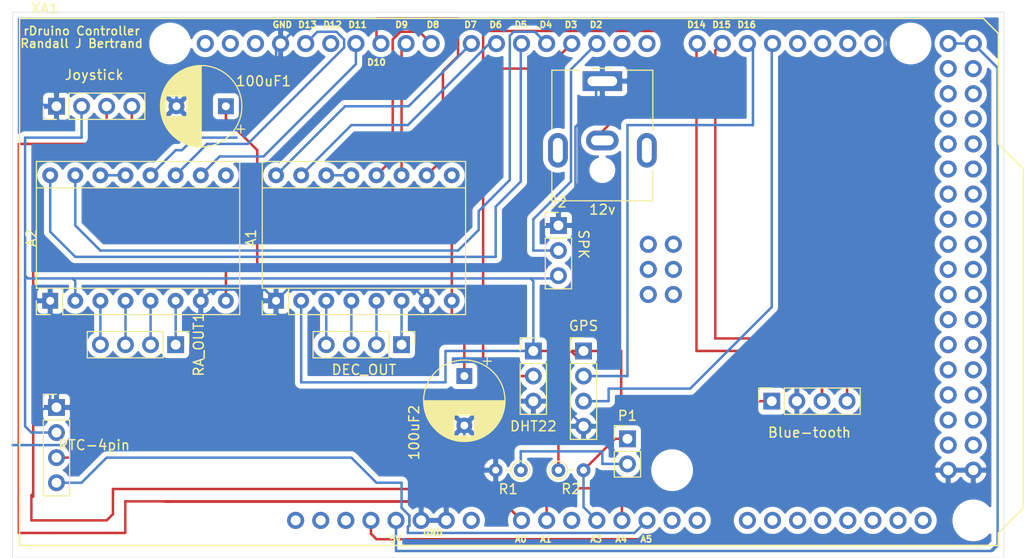
<source format=kicad_pcb>
(kicad_pcb (version 20171130) (host pcbnew "(5.1.8)-1")
  (layers (0 F.Cu signal) (31 B.Cu signal) (34 B.Paste user) (35 F.Paste user) (36 B.SilkS user) (37 F.SilkS user) (38 B.Mask user) (39 F.Mask user) (44 Edge.Cuts user))
  (net 0 "")
  (net 1 GND)
  (net 2 +3V3)
  (net 3 "Net-(A1-Pad10)")
  (net 4 "Net-(A1-Pad3)")
  (net 5 "Net-(A1-Pad11)")
  (net 6 "Net-(A1-Pad4)")
  (net 7 "Net-(A1-Pad12)")
  (net 8 "Net-(A1-Pad5)")
  (net 9 "Net-(A1-Pad6)")
  (net 10 "Net-(A1-Pad15)")
  (net 11 "Net-(A1-Pad16)")
  (net 12 "Net-(A2-Pad16)")
  (net 13 "Net-(A2-Pad15)")
  (net 14 "Net-(A2-Pad13)")
  (net 15 "Net-(A2-Pad6)")
  (net 16 "Net-(A2-Pad5)")
  (net 17 "Net-(A2-Pad12)")
  (net 18 "Net-(A2-Pad4)")
  (net 19 "Net-(A2-Pad11)")
  (net 20 "Net-(A2-Pad3)")
  (net 21 "Net-(A2-Pad10)")
  (net 22 "Net-(P1-Pad1)")
  (net 23 "Net-(P1-Pad2)")
  (net 24 "Net-(P2-Pad2)")
  (net 25 "Net-(P3-Pad3)")
  (net 26 "Net-(P3-Pad4)")
  (net 27 "Net-(P4-Pad4)")
  (net 28 "Net-(P4-Pad3)")
  (net 29 "Net-(P5-Pad4)")
  (net 30 "Net-(P5-Pad3)")
  (net 31 "Net-(P6-Pad2)")
  (net 32 +5V)
  (net 33 "Net-(A1-Pad13)")
  (net 34 "Net-(100uF1-Pad1)")
  (net 35 "Net-(P2-Pad3)")
  (net 36 "Net-(J2-Pad2)")
  (module Arduino:Arduino_Due_Shield (layer F.Cu) (at 88.340001 127)
    (fp_text reference XA1 (at 2.54 -54.356) (layer F.SilkS))
    (fp_text value Arduino_Due_Shield)
    (pad RST2 thru_hole oval (at 63.627 -25.4) (size 1.7272 1.7272) (drill 1.016) (layers *.Cu *.Mask))
    (pad GND4 thru_hole oval (at 66.167 -25.4) (size 1.7272 1.7272) (drill 1.016) (layers *.Cu *.Mask))
    (pad MOSI thru_hole oval (at 66.167 -27.94) (size 1.7272 1.7272) (drill 1.016) (layers *.Cu *.Mask))
    (pad SCK thru_hole oval (at 63.627 -27.94) (size 1.7272 1.7272) (drill 1.016) (layers *.Cu *.Mask))
    (pad 5V2 thru_hole oval (at 66.167 -30.48) (size 1.7272 1.7272) (drill 1.016) (layers *.Cu *.Mask))
    (pad A0 thru_hole oval (at 50.8 -2.54) (size 1.7272 1.7272) (drill 1.016) (layers *.Cu *.Mask) (net 25 "Net-(P3-Pad3)"))
    (pad VIN thru_hole oval (at 45.72 -2.54) (size 1.7272 1.7272) (drill 1.016) (layers *.Cu *.Mask))
    (pad GND3 thru_hole oval (at 43.18 -2.54) (size 1.7272 1.7272) (drill 1.016) (layers *.Cu *.Mask) (net 1 GND))
    (pad GND2 thru_hole oval (at 40.64 -2.54) (size 1.7272 1.7272) (drill 1.016) (layers *.Cu *.Mask) (net 1 GND))
    (pad 5V1 thru_hole oval (at 38.1 -2.54) (size 1.7272 1.7272) (drill 1.016) (layers *.Cu *.Mask) (net 32 +5V))
    (pad 3V3 thru_hole oval (at 35.56 -2.54) (size 1.7272 1.7272) (drill 1.016) (layers *.Cu *.Mask) (net 2 +3V3))
    (pad RST1 thru_hole oval (at 33.02 -2.54) (size 1.7272 1.7272) (drill 1.016) (layers *.Cu *.Mask))
    (pad IORF thru_hole oval (at 30.48 -2.54) (size 1.7272 1.7272) (drill 1.016) (layers *.Cu *.Mask))
    (pad D21 thru_hole oval (at 86.36 -50.8) (size 1.7272 1.7272) (drill 1.016) (layers *.Cu *.Mask))
    (pad D20 thru_hole oval (at 83.82 -50.8) (size 1.7272 1.7272) (drill 1.016) (layers *.Cu *.Mask))
    (pad D19 thru_hole oval (at 81.28 -50.8) (size 1.7272 1.7272) (drill 1.016) (layers *.Cu *.Mask))
    (pad D18 thru_hole oval (at 78.74 -50.8) (size 1.7272 1.7272) (drill 1.016) (layers *.Cu *.Mask))
    (pad D17 thru_hole oval (at 76.2 -50.8) (size 1.7272 1.7272) (drill 1.016) (layers *.Cu *.Mask) (net 35 "Net-(P2-Pad3)"))
    (pad D16 thru_hole oval (at 73.66 -50.8) (size 1.7272 1.7272) (drill 1.016) (layers *.Cu *.Mask) (net 24 "Net-(P2-Pad2)"))
    (pad D15 thru_hole oval (at 71.12 -50.8) (size 1.7272 1.7272) (drill 1.016) (layers *.Cu *.Mask) (net 29 "Net-(P5-Pad4)"))
    (pad D14 thru_hole oval (at 68.58 -50.8) (size 1.7272 1.7272) (drill 1.016) (layers *.Cu *.Mask) (net 30 "Net-(P5-Pad3)"))
    (pad D0 thru_hole oval (at 63.5 -50.8) (size 1.7272 1.7272) (drill 1.016) (layers *.Cu *.Mask))
    (pad D1 thru_hole oval (at 60.96 -50.8) (size 1.7272 1.7272) (drill 1.016) (layers *.Cu *.Mask))
    (pad D2 thru_hole oval (at 58.42 -50.8) (size 1.7272 1.7272) (drill 1.016) (layers *.Cu *.Mask) (net 36 "Net-(J2-Pad2)"))
    (pad D3 thru_hole oval (at 55.88 -50.8) (size 1.7272 1.7272) (drill 1.016) (layers *.Cu *.Mask) (net 31 "Net-(P6-Pad2)"))
    (pad D4 thru_hole oval (at 53.34 -50.8) (size 1.7272 1.7272) (drill 1.016) (layers *.Cu *.Mask) (net 13 "Net-(A2-Pad15)"))
    (pad D5 thru_hole oval (at 50.8 -50.8) (size 1.7272 1.7272) (drill 1.016) (layers *.Cu *.Mask) (net 12 "Net-(A2-Pad16)"))
    (pad D6 thru_hole oval (at 48.26 -50.8) (size 1.7272 1.7272) (drill 1.016) (layers *.Cu *.Mask) (net 10 "Net-(A1-Pad15)"))
    (pad D7 thru_hole oval (at 45.72 -50.8) (size 1.7272 1.7272) (drill 1.016) (layers *.Cu *.Mask) (net 11 "Net-(A1-Pad16)"))
    (pad GND1 thru_hole oval (at 26.416 -50.8) (size 1.7272 1.7272) (drill 1.016) (layers *.Cu *.Mask) (net 1 GND))
    (pad D8 thru_hole oval (at 41.656 -50.8) (size 1.7272 1.7272) (drill 1.016) (layers *.Cu *.Mask) (net 7 "Net-(A1-Pad12)"))
    (pad D9 thru_hole oval (at 39.116 -50.8) (size 1.7272 1.7272) (drill 1.016) (layers *.Cu *.Mask) (net 5 "Net-(A1-Pad11)"))
    (pad D10 thru_hole oval (at 36.576 -50.8) (size 1.7272 1.7272) (drill 1.016) (layers *.Cu *.Mask) (net 3 "Net-(A1-Pad10)"))
    (pad "" np_thru_hole circle (at 66.04 -7.62) (size 3.2 3.2) (drill 3.2) (layers *.Cu *.Mask))
    (pad "" np_thru_hole circle (at 66.04 -35.56) (size 3.2 3.2) (drill 3.2) (layers *.Cu *.Mask))
    (pad "" np_thru_hole circle (at 90.17 -50.8) (size 3.2 3.2) (drill 3.2) (layers *.Cu *.Mask))
    (pad "" np_thru_hole circle (at 15.24 -50.8) (size 3.2 3.2) (drill 3.2) (layers *.Cu *.Mask))
    (pad "" np_thru_hole circle (at 96.52 -2.54) (size 3.2 3.2) (drill 3.2) (layers *.Cu *.Mask))
    (pad "" np_thru_hole circle (at 13.97 -2.54) (size 3.2 3.2) (drill 3.2) (layers *.Cu *.Mask))
    (pad SCL1 thru_hole oval (at 18.796 -50.8) (size 1.7272 1.7272) (drill 1.016) (layers *.Cu *.Mask))
    (pad SDA1 thru_hole oval (at 21.336 -50.8) (size 1.7272 1.7272) (drill 1.016) (layers *.Cu *.Mask))
    (pad AREF thru_hole oval (at 23.876 -50.8) (size 1.7272 1.7272) (drill 1.016) (layers *.Cu *.Mask))
    (pad D13 thru_hole oval (at 28.956 -50.8) (size 1.7272 1.7272) (drill 1.016) (layers *.Cu *.Mask) (net 19 "Net-(A2-Pad11)"))
    (pad D12 thru_hole oval (at 31.496 -50.8) (size 1.7272 1.7272) (drill 1.016) (layers *.Cu *.Mask) (net 17 "Net-(A2-Pad12)"))
    (pad D11 thru_hole oval (at 34.036 -50.8) (size 1.7272 1.7272) (drill 1.016) (layers *.Cu *.Mask) (net 21 "Net-(A2-Pad10)"))
    (pad "" thru_hole oval (at 27.94 -2.54) (size 1.7272 1.7272) (drill 1.016) (layers *.Cu *.Mask))
    (pad A1 thru_hole oval (at 53.34 -2.54) (size 1.7272 1.7272) (drill 1.016) (layers *.Cu *.Mask) (net 26 "Net-(P3-Pad4)"))
    (pad A2 thru_hole oval (at 55.88 -2.54) (size 1.7272 1.7272) (drill 1.016) (layers *.Cu *.Mask))
    (pad A3 thru_hole oval (at 58.42 -2.54) (size 1.7272 1.7272) (drill 1.016) (layers *.Cu *.Mask) (net 22 "Net-(P1-Pad1)"))
    (pad A4 thru_hole oval (at 60.96 -2.54) (size 1.7272 1.7272) (drill 1.016) (layers *.Cu *.Mask) (net 28 "Net-(P4-Pad3)"))
    (pad A5 thru_hole oval (at 63.5 -2.54) (size 1.7272 1.7272) (drill 1.016) (layers *.Cu *.Mask) (net 27 "Net-(P4-Pad4)"))
    (pad A6 thru_hole oval (at 66.04 -2.54) (size 1.7272 1.7272) (drill 1.016) (layers *.Cu *.Mask))
    (pad A7 thru_hole oval (at 68.58 -2.54) (size 1.7272 1.7272) (drill 1.016) (layers *.Cu *.Mask))
    (pad A8 thru_hole oval (at 73.66 -2.54) (size 1.7272 1.7272) (drill 1.016) (layers *.Cu *.Mask))
    (pad A9 thru_hole oval (at 76.2 -2.54) (size 1.7272 1.7272) (drill 1.016) (layers *.Cu *.Mask))
    (pad A10 thru_hole oval (at 78.74 -2.54) (size 1.7272 1.7272) (drill 1.016) (layers *.Cu *.Mask))
    (pad A11 thru_hole oval (at 81.28 -2.54) (size 1.7272 1.7272) (drill 1.016) (layers *.Cu *.Mask))
    (pad DAC0 thru_hole oval (at 83.82 -2.54) (size 1.7272 1.7272) (drill 1.016) (layers *.Cu *.Mask))
    (pad DAC1 thru_hole oval (at 86.36 -2.54) (size 1.7272 1.7272) (drill 1.016) (layers *.Cu *.Mask))
    (pad CANR thru_hole oval (at 88.9 -2.54) (size 1.7272 1.7272) (drill 1.016) (layers *.Cu *.Mask))
    (pad CANT thru_hole oval (at 91.44 -2.54) (size 1.7272 1.7272) (drill 1.016) (layers *.Cu *.Mask))
    (pad 5V3 thru_hole oval (at 93.98 -50.8) (size 1.7272 1.7272) (drill 1.016) (layers *.Cu *.Mask) (net 32 +5V))
    (pad 5V4 thru_hole oval (at 96.52 -50.8) (size 1.7272 1.7272) (drill 1.016) (layers *.Cu *.Mask) (net 32 +5V))
    (pad D22 thru_hole oval (at 93.98 -48.26) (size 1.7272 1.7272) (drill 1.016) (layers *.Cu *.Mask))
    (pad D23 thru_hole oval (at 96.52 -48.26) (size 1.7272 1.7272) (drill 1.016) (layers *.Cu *.Mask))
    (pad D24 thru_hole oval (at 93.98 -45.72) (size 1.7272 1.7272) (drill 1.016) (layers *.Cu *.Mask))
    (pad D25 thru_hole oval (at 96.52 -45.72) (size 1.7272 1.7272) (drill 1.016) (layers *.Cu *.Mask))
    (pad D26 thru_hole oval (at 93.98 -43.18) (size 1.7272 1.7272) (drill 1.016) (layers *.Cu *.Mask))
    (pad D27 thru_hole oval (at 96.52 -43.18) (size 1.7272 1.7272) (drill 1.016) (layers *.Cu *.Mask))
    (pad D28 thru_hole oval (at 93.98 -40.64) (size 1.7272 1.7272) (drill 1.016) (layers *.Cu *.Mask))
    (pad D29 thru_hole oval (at 96.52 -40.64) (size 1.7272 1.7272) (drill 1.016) (layers *.Cu *.Mask))
    (pad D30 thru_hole oval (at 93.98 -38.1) (size 1.7272 1.7272) (drill 1.016) (layers *.Cu *.Mask))
    (pad D31 thru_hole oval (at 96.52 -38.1) (size 1.7272 1.7272) (drill 1.016) (layers *.Cu *.Mask))
    (pad D32 thru_hole oval (at 93.98 -35.56) (size 1.7272 1.7272) (drill 1.016) (layers *.Cu *.Mask))
    (pad D33 thru_hole oval (at 96.52 -35.56) (size 1.7272 1.7272) (drill 1.016) (layers *.Cu *.Mask))
    (pad D34 thru_hole oval (at 93.98 -33.02) (size 1.7272 1.7272) (drill 1.016) (layers *.Cu *.Mask))
    (pad D35 thru_hole oval (at 96.52 -33.02) (size 1.7272 1.7272) (drill 1.016) (layers *.Cu *.Mask))
    (pad D36 thru_hole oval (at 93.98 -30.48) (size 1.7272 1.7272) (drill 1.016) (layers *.Cu *.Mask))
    (pad D37 thru_hole oval (at 96.52 -30.48) (size 1.7272 1.7272) (drill 1.016) (layers *.Cu *.Mask))
    (pad D38 thru_hole oval (at 93.98 -27.94) (size 1.7272 1.7272) (drill 1.016) (layers *.Cu *.Mask))
    (pad D39 thru_hole oval (at 96.52 -27.94) (size 1.7272 1.7272) (drill 1.016) (layers *.Cu *.Mask))
    (pad D40 thru_hole oval (at 93.98 -25.4) (size 1.7272 1.7272) (drill 1.016) (layers *.Cu *.Mask))
    (pad D41 thru_hole oval (at 96.52 -25.4) (size 1.7272 1.7272) (drill 1.016) (layers *.Cu *.Mask))
    (pad D42 thru_hole oval (at 93.98 -22.86) (size 1.7272 1.7272) (drill 1.016) (layers *.Cu *.Mask))
    (pad D43 thru_hole oval (at 96.52 -22.86) (size 1.7272 1.7272) (drill 1.016) (layers *.Cu *.Mask))
    (pad D44 thru_hole oval (at 93.98 -20.32) (size 1.7272 1.7272) (drill 1.016) (layers *.Cu *.Mask))
    (pad D45 thru_hole oval (at 96.52 -20.32) (size 1.7272 1.7272) (drill 1.016) (layers *.Cu *.Mask))
    (pad D46 thru_hole oval (at 93.98 -17.78) (size 1.7272 1.7272) (drill 1.016) (layers *.Cu *.Mask))
    (pad D47 thru_hole oval (at 96.52 -17.78) (size 1.7272 1.7272) (drill 1.016) (layers *.Cu *.Mask))
    (pad D48 thru_hole oval (at 93.98 -15.24) (size 1.7272 1.7272) (drill 1.016) (layers *.Cu *.Mask))
    (pad D49 thru_hole oval (at 96.52 -15.24) (size 1.7272 1.7272) (drill 1.016) (layers *.Cu *.Mask))
    (pad D50 thru_hole oval (at 93.98 -12.7) (size 1.7272 1.7272) (drill 1.016) (layers *.Cu *.Mask))
    (pad D51 thru_hole oval (at 96.52 -12.7) (size 1.7272 1.7272) (drill 1.016) (layers *.Cu *.Mask))
    (pad D52 thru_hole oval (at 93.98 -10.16) (size 1.7272 1.7272) (drill 1.016) (layers *.Cu *.Mask))
    (pad D53 thru_hole oval (at 96.52 -10.16) (size 1.7272 1.7272) (drill 1.016) (layers *.Cu *.Mask))
    (pad GND5 thru_hole oval (at 93.98 -7.62) (size 1.7272 1.7272) (drill 1.016) (layers *.Cu *.Mask) (net 1 GND))
    (pad GND6 thru_hole oval (at 96.52 -7.62) (size 1.7272 1.7272) (drill 1.016) (layers *.Cu *.Mask) (net 1 GND))
    (pad MISO thru_hole oval (at 63.627 -30.48) (size 1.7272 1.7272) (drill 1.016) (layers *.Cu *.Mask))
  )
  (module Connector_BarrelJack:BarrelJack_CUI_PJ-063AH_Horizontal (layer F.Cu) (at 147.32 80.01)
    (fp_text reference J1)
    (fp_text value 12v (at 0 13) (layer F.SilkS))
    (pad 1 thru_hole rect (at 0 0) (size 4 2) (drill oval 3 1) (layers *.Cu *.Mask) (net 1 GND))
    (pad 2 thru_hole oval (at 0 6) (size 3.3 2) (drill oval 2.3 1) (layers *.Cu *.Mask) (net 34 "Net-(100uF1-Pad1)"))
    (pad MP thru_hole oval (at -4.5 7) (size 2 3.5) (drill oval 1 2.5) (layers *.Cu *.Mask))
    (pad MP thru_hole oval (at 4.5 7) (size 2 3.5) (drill oval 1 2.5) (layers *.Cu *.Mask))
    (pad "" np_thru_hole circle (at 0 9) (size 1.6 1.6) (drill 1.6) (layers *.Cu *.Mask))
  )
  (module Module:Pololu_Breakout-16_15.2x20.3mm (layer F.Cu) (at 114.3 102.235 90)
    (fp_text reference A1 (at 6.35 -2.54 90) (layer F.SilkS))
    (fp_text value "DRV8825 -DEC")
    (pad 1 thru_hole rect (at 0 0 90) (size 1.6 1.6) (drill 0.8) (layers *.Cu *.Mask) (net 1 GND))
    (pad 9 thru_hole oval (at 12.7 17.78 90) (size 1.6 1.6) (drill 0.8) (layers *.Cu *.Mask))
    (pad 2 thru_hole oval (at 0 2.54 90) (size 1.6 1.6) (drill 0.8) (layers *.Cu *.Mask) (net 2 +3V3))
    (pad 10 thru_hole oval (at 12.7 15.24 90) (size 1.6 1.6) (drill 0.8) (layers *.Cu *.Mask) (net 3 "Net-(A1-Pad10)"))
    (pad 3 thru_hole oval (at 0 5.08 90) (size 1.6 1.6) (drill 0.8) (layers *.Cu *.Mask) (net 4 "Net-(A1-Pad3)"))
    (pad 11 thru_hole oval (at 12.7 12.7 90) (size 1.6 1.6) (drill 0.8) (layers *.Cu *.Mask) (net 5 "Net-(A1-Pad11)"))
    (pad 4 thru_hole oval (at 0 7.62 90) (size 1.6 1.6) (drill 0.8) (layers *.Cu *.Mask) (net 6 "Net-(A1-Pad4)"))
    (pad 12 thru_hole oval (at 12.7 10.16 90) (size 1.6 1.6) (drill 0.8) (layers *.Cu *.Mask) (net 7 "Net-(A1-Pad12)"))
    (pad 5 thru_hole oval (at 0 10.16 90) (size 1.6 1.6) (drill 0.8) (layers *.Cu *.Mask) (net 8 "Net-(A1-Pad5)"))
    (pad 13 thru_hole oval (at 12.7 7.62 90) (size 1.6 1.6) (drill 0.8) (layers *.Cu *.Mask) (net 33 "Net-(A1-Pad13)"))
    (pad 6 thru_hole oval (at 0 12.7 90) (size 1.6 1.6) (drill 0.8) (layers *.Cu *.Mask) (net 9 "Net-(A1-Pad6)"))
    (pad 14 thru_hole oval (at 12.7 5.08 90) (size 1.6 1.6) (drill 0.8) (layers *.Cu *.Mask) (net 33 "Net-(A1-Pad13)"))
    (pad 7 thru_hole oval (at 0 15.24 90) (size 1.6 1.6) (drill 0.8) (layers *.Cu *.Mask) (net 1 GND))
    (pad 15 thru_hole oval (at 12.7 2.54 90) (size 1.6 1.6) (drill 0.8) (layers *.Cu *.Mask) (net 10 "Net-(A1-Pad15)"))
    (pad 8 thru_hole oval (at 0 17.78 90) (size 1.6 1.6) (drill 0.8) (layers *.Cu *.Mask) (net 34 "Net-(100uF1-Pad1)"))
    (pad 16 thru_hole oval (at 12.7 0 90) (size 1.6 1.6) (drill 0.8) (layers *.Cu *.Mask) (net 11 "Net-(A1-Pad16)"))
  )
  (module Module:Pololu_Breakout-16_15.2x20.3mm (layer F.Cu) (at 91.44 102.235 90)
    (fp_text reference A2 (at 6.35 -1.905 90) (layer F.SilkS))
    (fp_text value "DRV8825 - RA")
    (pad 16 thru_hole oval (at 12.7 0 90) (size 1.6 1.6) (drill 0.8) (layers *.Cu *.Mask) (net 12 "Net-(A2-Pad16)"))
    (pad 8 thru_hole oval (at 0 17.78 90) (size 1.6 1.6) (drill 0.8) (layers *.Cu *.Mask) (net 34 "Net-(100uF1-Pad1)"))
    (pad 15 thru_hole oval (at 12.7 2.54 90) (size 1.6 1.6) (drill 0.8) (layers *.Cu *.Mask) (net 13 "Net-(A2-Pad15)"))
    (pad 7 thru_hole oval (at 0 15.24 90) (size 1.6 1.6) (drill 0.8) (layers *.Cu *.Mask) (net 1 GND))
    (pad 14 thru_hole oval (at 12.7 5.08 90) (size 1.6 1.6) (drill 0.8) (layers *.Cu *.Mask) (net 14 "Net-(A2-Pad13)"))
    (pad 6 thru_hole oval (at 0 12.7 90) (size 1.6 1.6) (drill 0.8) (layers *.Cu *.Mask) (net 15 "Net-(A2-Pad6)"))
    (pad 13 thru_hole oval (at 12.7 7.62 90) (size 1.6 1.6) (drill 0.8) (layers *.Cu *.Mask) (net 14 "Net-(A2-Pad13)"))
    (pad 5 thru_hole oval (at 0 10.16 90) (size 1.6 1.6) (drill 0.8) (layers *.Cu *.Mask) (net 16 "Net-(A2-Pad5)"))
    (pad 12 thru_hole oval (at 12.7 10.16 90) (size 1.6 1.6) (drill 0.8) (layers *.Cu *.Mask) (net 17 "Net-(A2-Pad12)"))
    (pad 4 thru_hole oval (at 0 7.62 90) (size 1.6 1.6) (drill 0.8) (layers *.Cu *.Mask) (net 18 "Net-(A2-Pad4)"))
    (pad 11 thru_hole oval (at 12.7 12.7 90) (size 1.6 1.6) (drill 0.8) (layers *.Cu *.Mask) (net 19 "Net-(A2-Pad11)"))
    (pad 3 thru_hole oval (at 0 5.08 90) (size 1.6 1.6) (drill 0.8) (layers *.Cu *.Mask) (net 20 "Net-(A2-Pad3)"))
    (pad 10 thru_hole oval (at 12.7 15.24 90) (size 1.6 1.6) (drill 0.8) (layers *.Cu *.Mask) (net 21 "Net-(A2-Pad10)"))
    (pad 2 thru_hole oval (at 0 2.54 90) (size 1.6 1.6) (drill 0.8) (layers *.Cu *.Mask) (net 2 +3V3))
    (pad 9 thru_hole oval (at 12.7 17.78 90) (size 1.6 1.6) (drill 0.8) (layers *.Cu *.Mask))
    (pad 1 thru_hole rect (at 0 0 90) (size 1.6 1.6) (drill 0.8) (layers *.Cu *.Mask) (net 1 GND))
  )
  (module Connector_PinHeader_2.54mm:PinHeader_1x04_P2.54mm_Vertical (layer F.Cu) (at 145.415 107.315)
    (fp_text reference P2)
    (fp_text value GPS (at 0 -2.54) (layer F.SilkS))
    (pad 1 thru_hole rect (at 0 0) (size 1.7 1.7) (drill 1) (layers *.Cu *.Mask) (net 2 +3V3))
    (pad 2 thru_hole oval (at 0 2.54) (size 1.7 1.7) (drill 1) (layers *.Cu *.Mask) (net 24 "Net-(P2-Pad2)"))
    (pad 3 thru_hole oval (at 0 5.08) (size 1.7 1.7) (drill 1) (layers *.Cu *.Mask) (net 35 "Net-(P2-Pad3)"))
    (pad 4 thru_hole oval (at 0 7.62) (size 1.7 1.7) (drill 1) (layers *.Cu *.Mask) (net 1 GND))
  )
  (module Connector_PinHeader_2.54mm:PinHeader_1x04_P2.54mm_Vertical (layer F.Cu) (at 92.075 82.55 90)
    (fp_text reference P3)
    (fp_text value Joystick (at 3.175 3.81 180) (layer F.SilkS))
    (pad 1 thru_hole rect (at 0 0 90) (size 1.7 1.7) (drill 1) (layers *.Cu *.Mask) (net 1 GND))
    (pad 2 thru_hole oval (at 0 2.54 90) (size 1.7 1.7) (drill 1) (layers *.Cu *.Mask) (net 2 +3V3))
    (pad 3 thru_hole oval (at 0 5.08 90) (size 1.7 1.7) (drill 1) (layers *.Cu *.Mask) (net 25 "Net-(P3-Pad3)"))
    (pad 4 thru_hole oval (at 0 7.62 90) (size 1.7 1.7) (drill 1) (layers *.Cu *.Mask) (net 26 "Net-(P3-Pad4)"))
  )
  (module Connector_PinHeader_2.54mm:PinHeader_1x04_P2.54mm_Vertical (layer F.Cu) (at 92.075 113.03)
    (fp_text reference P4)
    (fp_text value RTC-4pin (at 3.81 3.81) (layer F.SilkS))
    (pad 4 thru_hole oval (at 0 7.62) (size 1.7 1.7) (drill 1) (layers *.Cu *.Mask) (net 27 "Net-(P4-Pad4)"))
    (pad 3 thru_hole oval (at 0 5.08) (size 1.7 1.7) (drill 1) (layers *.Cu *.Mask) (net 28 "Net-(P4-Pad3)"))
    (pad 2 thru_hole oval (at 0 2.54) (size 1.7 1.7) (drill 1) (layers *.Cu *.Mask) (net 2 +3V3))
    (pad 1 thru_hole rect (at 0 0) (size 1.7 1.7) (drill 1) (layers *.Cu *.Mask) (net 1 GND))
  )
  (module Connector_PinHeader_2.54mm:PinHeader_1x04_P2.54mm_Vertical (layer F.Cu) (at 127 106.68 270)
    (fp_text reference DEC_OUT1)
    (fp_text value DEC_OUT (at 2.54 3.81 180) (layer F.SilkS))
    (pad 4 thru_hole oval (at 0 7.62 270) (size 1.7 1.7) (drill 1) (layers *.Cu *.Mask) (net 4 "Net-(A1-Pad3)"))
    (pad 3 thru_hole oval (at 0 5.08 270) (size 1.7 1.7) (drill 1) (layers *.Cu *.Mask) (net 6 "Net-(A1-Pad4)"))
    (pad 2 thru_hole oval (at 0 2.54 270) (size 1.7 1.7) (drill 1) (layers *.Cu *.Mask) (net 8 "Net-(A1-Pad5)"))
    (pad 1 thru_hole rect (at 0 0 270) (size 1.7 1.7) (drill 1) (layers *.Cu *.Mask) (net 9 "Net-(A1-Pad6)"))
  )
  (module Connector_PinSocket_2.54mm:PinSocket_1x04_P2.54mm_Vertical (layer F.Cu) (at 164.465 112.395 90)
    (fp_text reference P5)
    (fp_text value Blue-tooth (at -3.175 3.81 180) (layer F.SilkS))
    (pad 4 thru_hole oval (at 0 7.62 90) (size 1.7 1.7) (drill 1) (layers *.Cu *.Mask) (net 29 "Net-(P5-Pad4)"))
    (pad 3 thru_hole oval (at 0 5.08 90) (size 1.7 1.7) (drill 1) (layers *.Cu *.Mask) (net 30 "Net-(P5-Pad3)"))
    (pad 2 thru_hole oval (at 0 2.54 90) (size 1.7 1.7) (drill 1) (layers *.Cu *.Mask) (net 1 GND))
    (pad 1 thru_hole rect (at 0 0 90) (size 1.7 1.7) (drill 1) (layers *.Cu *.Mask) (net 2 +3V3))
  )
  (module Resistor_THT:R_Axial_DIN0204_L3.6mm_D1.6mm_P2.54mm_Vertical (layer F.Cu) (at 139.065 119.38 180)
    (fp_text reference R1 (at 1.27 -1.92) (layer F.SilkS))
    (fp_text value "330 Ohms")
    (pad 1 thru_hole circle (at 0 0 180) (size 1.4 1.4) (drill 0.7) (layers *.Cu *.Mask) (net 23 "Net-(P1-Pad2)"))
    (pad 2 thru_hole oval (at 2.54 0 180) (size 1.4 1.4) (drill 0.7) (layers *.Cu *.Mask) (net 1 GND))
  )
  (module Resistor_THT:R_Axial_DIN0204_L3.6mm_D1.6mm_P2.54mm_Vertical (layer F.Cu) (at 142.875 119.38)
    (fp_text reference R2 (at 1.27 1.905) (layer F.SilkS))
    (fp_text value "330 Ohms")
    (pad 2 thru_hole oval (at 2.54 0) (size 1.4 1.4) (drill 0.7) (layers *.Cu *.Mask) (net 22 "Net-(P1-Pad1)"))
    (pad 1 thru_hole circle (at 0 0) (size 1.4 1.4) (drill 0.7) (layers *.Cu *.Mask) (net 2 +3V3))
  )
  (module Connector_PinHeader_2.54mm:PinHeader_1x03_P2.54mm_Vertical (layer F.Cu) (at 140.335 107.315)
    (fp_text reference P6)
    (fp_text value DHT22 (at 0 7.62) (layer F.SilkS))
    (pad 1 thru_hole rect (at 0 0) (size 1.7 1.7) (drill 1) (layers *.Cu *.Mask) (net 2 +3V3))
    (pad 2 thru_hole oval (at 0 2.54) (size 1.7 1.7) (drill 1) (layers *.Cu *.Mask) (net 31 "Net-(P6-Pad2)"))
    (pad 3 thru_hole oval (at 0 5.08) (size 1.7 1.7) (drill 1) (layers *.Cu *.Mask) (net 1 GND))
  )
  (module Capacitor_THT:CP_Radial_D8.0mm_P5.00mm (layer F.Cu) (at 109.22 82.55 180)
    (fp_text reference 100uF1 (at -3.81 2.54) (layer F.SilkS))
    (fp_text value CP1)
    (pad 1 thru_hole rect (at 0 0 180) (size 1.6 1.6) (drill 0.8) (layers *.Cu *.Mask) (net 34 "Net-(100uF1-Pad1)"))
    (pad 2 thru_hole circle (at 5 0 180) (size 1.6 1.6) (drill 0.8) (layers *.Cu *.Mask) (net 1 GND))
  )
  (module Capacitor_THT:CP_Radial_D8.0mm_P5.00mm (layer F.Cu) (at 133.35 109.855 270)
    (fp_text reference 100uF2 (at 5.715 5.08 90) (layer F.SilkS))
    (fp_text value CP1)
    (pad 2 thru_hole circle (at 5 0 270) (size 1.6 1.6) (drill 0.8) (layers *.Cu *.Mask) (net 1 GND))
    (pad 1 thru_hole rect (at 0 0 270) (size 1.6 1.6) (drill 0.8) (layers *.Cu *.Mask) (net 34 "Net-(100uF1-Pad1)"))
  )
  (module Connector_PinHeader_2.54mm:PinHeader_1x02_P2.54mm_Vertical (layer F.Cu) (at 149.86 116.205)
    (fp_text reference P1 (at 0 -2.33) (layer F.SilkS))
    (fp_text value Switch)
    (pad 1 thru_hole rect (at 0 0) (size 1.7 1.7) (drill 1) (layers *.Cu *.Mask) (net 22 "Net-(P1-Pad1)"))
    (pad 2 thru_hole oval (at 0 2.54) (size 1.7 1.7) (drill 1) (layers *.Cu *.Mask) (net 23 "Net-(P1-Pad2)"))
  )
  (module Connector_PinHeader_2.54mm:PinHeader_1x04_P2.54mm_Vertical (layer F.Cu) (at 104.14 106.68 270)
    (fp_text reference RA_OUT1 (at 0 -2.33 90) (layer F.SilkS))
    (fp_text value RA_OUT)
    (pad 1 thru_hole rect (at 0 0 270) (size 1.7 1.7) (drill 1) (layers *.Cu *.Mask) (net 15 "Net-(A2-Pad6)"))
    (pad 2 thru_hole oval (at 0 2.54 270) (size 1.7 1.7) (drill 1) (layers *.Cu *.Mask) (net 16 "Net-(A2-Pad5)"))
    (pad 3 thru_hole oval (at 0 5.08 270) (size 1.7 1.7) (drill 1) (layers *.Cu *.Mask) (net 18 "Net-(A2-Pad4)"))
    (pad 4 thru_hole oval (at 0 7.62 270) (size 1.7 1.7) (drill 1) (layers *.Cu *.Mask) (net 20 "Net-(A2-Pad3)"))
  )
  (module Connector_PinHeader_2.54mm:PinHeader_1x03_P2.54mm_Vertical (layer F.Cu) (at 142.875 94.615)
    (fp_text reference J2 (at 0 -2.33) (layer F.SilkS))
    (fp_text value Speaker)
    (pad 1 thru_hole rect (at 0 0) (size 1.7 1.7) (drill 1) (layers *.Cu *.Mask) (net 1 GND))
    (pad 2 thru_hole oval (at 0 2.54) (size 1.7 1.7) (drill 1) (layers *.Cu *.Mask) (net 36 "Net-(J2-Pad2)"))
    (pad 3 thru_hole oval (at 0 5.08) (size 1.7 1.7) (drill 1) (layers *.Cu *.Mask) (net 2 +3V3))
  )
  (gr_text SPK (at 145.415 96.52 270) (layer F.SilkS) (effects (font (size 1 1))))
  (gr_text "Randall J Bertrand" (at 94.615 76.2) (layer F.SilkS) (effects (font (size 0.8636 0.8636) (thickness 0.15875))))
  (gr_text "rDruino Controller" (at 94.615 74.93) (layer F.SilkS) (effects (font (size 0.8636 0.8636) (thickness 0.1524))))
  (gr_text D16 (at 161.925 74.295) (layer F.SilkS) (effects (font (size 0.635 0.635) (thickness 0.15875))))
  (gr_text D15 (at 159.385 74.295) (layer F.SilkS) (effects (font (size 0.635 0.635) (thickness 0.15875))))
  (gr_text D14 (at 156.845 74.295) (layer F.SilkS) (effects (font (size 0.635 0.635) (thickness 0.15875))))
  (gr_text D2 (at 146.685 74.295) (layer F.SilkS) (effects (font (size 0.635 0.635) (thickness 0.15875))))
  (gr_text D3 (at 144.145 74.295) (layer F.SilkS) (effects (font (size 0.635 0.635) (thickness 0.15875))))
  (gr_text D4 (at 141.605 74.295) (layer F.SilkS) (effects (font (size 0.635 0.635) (thickness 0.15875))))
  (gr_text D5 (at 139.065 74.295) (layer F.SilkS) (effects (font (size 0.635 0.635) (thickness 0.15875))))
  (gr_text D6 (at 136.525 74.295) (layer F.SilkS) (effects (font (size 0.635 0.635) (thickness 0.15875))))
  (gr_text D7 (at 133.985 74.295) (layer F.SilkS) (effects (font (size 0.635 0.635) (thickness 0.15875))))
  (gr_text D8 (at 130.175 74.295) (layer F.SilkS) (effects (font (size 0.635 0.635) (thickness 0.15875))))
  (gr_text D9 (at 127 74.295) (layer F.SilkS) (effects (font (size 0.635 0.635) (thickness 0.15875))))
  (gr_text D10 (at 124.46 78.105) (layer F.SilkS) (effects (font (size 0.635 0.635) (thickness 0.15875))))
  (gr_text D11 (at 122.555 74.295) (layer F.SilkS) (effects (font (size 0.635 0.635) (thickness 0.15875))))
  (gr_text D12 (at 120.015 74.295) (layer F.SilkS) (effects (font (size 0.635 0.635) (thickness 0.15875))))
  (gr_text D13 (at 117.475 74.295) (layer F.SilkS) (effects (font (size 0.635 0.635) (thickness 0.15875))))
  (gr_text GND (at 114.935 74.295) (layer F.SilkS) (effects (font (size 0.635 0.635) (thickness 0.15875))))
  (gr_text A5 (at 151.765 126.365) (layer F.SilkS) (effects (font (size 0.635 0.635) (thickness 0.15875))))
  (gr_text A4 (at 149.225 126.365) (layer F.SilkS) (effects (font (size 0.635 0.635) (thickness 0.15875))))
  (gr_text A3 (at 146.685 126.365) (layer F.SilkS) (effects (font (size 0.635 0.635) (thickness 0.15875))))
  (gr_text A1 (at 141.605 126.365) (layer F.SilkS) (effects (font (size 0.635 0.635) (thickness 0.15875))))
  (gr_text A0 (at 139.065 126.365) (layer F.SilkS) (effects (font (size 0.635 0.635) (thickness 0.15875))))
  (gr_text 5V (at 126.365 126.365) (layer F.SilkS) (effects (font (size 0.635 0.635) (thickness 0.15875))))
  (gr_text GND (at 130.175 125.73) (layer F.SilkS) (effects (font (size 0.635 0.635) (thickness 0.15875))))
  (gr_line (start 187.96 73.025) (end 87.63 73.025) (layer Edge.Cuts) (width 0.05))
  (gr_line (start 187.96 128.27) (end 187.96 73.025) (layer Edge.Cuts) (width 0.05))
  (gr_line (start 87.63 128.27) (end 187.96 128.27) (layer Edge.Cuts) (width 0.05))
  (gr_line (start 87.63 73.025) (end 87.63 128.27) (layer Edge.Cuts) (width 0.05))
  (segment (start 184.860001 119.38) (end 182.320001 119.38) (width 0.25) (layer B.Cu) (net 1))
  (segment (start 115.425001 101.109999) (end 114.3 102.235) (width 0.25) (layer B.Cu) (net 1))
  (segment (start 128.414999 101.109999) (end 115.425001 101.109999) (width 0.25) (layer B.Cu) (net 1))
  (segment (start 129.54 102.235) (end 128.414999 101.109999) (width 0.25) (layer B.Cu) (net 1))
  (segment (start 107.805001 101.109999) (end 106.68 102.235) (width 0.25) (layer B.Cu) (net 1))
  (segment (start 114.3 102.235) (end 113.174999 101.109999) (width 0.25) (layer B.Cu) (net 1))
  (segment (start 106.68 111.125) (end 106.045 111.76) (width 0.25) (layer B.Cu) (net 1))
  (segment (start 106.68 102.235) (end 106.68 111.125) (width 0.25) (layer B.Cu) (net 1))
  (segment (start 104.869999 112.935001) (end 91.534999 112.935001) (width 0.25) (layer B.Cu) (net 1))
  (segment (start 106.045 111.76) (end 104.869999 112.935001) (width 0.25) (layer B.Cu) (net 1))
  (segment (start 91.44 112.840002) (end 91.44 111.76) (width 0.25) (layer B.Cu) (net 1))
  (segment (start 91.534999 112.935001) (end 91.44 112.840002) (width 0.25) (layer B.Cu) (net 1))
  (segment (start 91.44 111.76) (end 91.44 102.235) (width 0.25) (layer B.Cu) (net 1))
  (segment (start 128.980001 124.46) (end 131.520001 124.46) (width 0.25) (layer B.Cu) (net 1))
  (segment (start 136.525 119.455001) (end 136.525 119.38) (width 0.25) (layer B.Cu) (net 1))
  (segment (start 91.44 102.235) (end 91.44 101.6) (width 0.25) (layer B.Cu) (net 1))
  (segment (start 114.756001 76.378999) (end 114.756001 76.2) (width 0.25) (layer B.Cu) (net 1))
  (segment (start 175.888602 75.629471) (end 174.554131 74.295) (width 0.25) (layer B.Cu) (net 1))
  (segment (start 175.888602 116.198602) (end 175.888602 75.629471) (width 0.25) (layer B.Cu) (net 1))
  (segment (start 116.661001 74.295) (end 114.756001 76.2) (width 0.25) (layer B.Cu) (net 1))
  (segment (start 167.005 112.395) (end 167.005 116.84) (width 0.25) (layer B.Cu) (net 1))
  (segment (start 92.075 82.55) (end 92.075 78.74) (width 0.25) (layer B.Cu) (net 1))
  (segment (start 114.3 76.656001) (end 114.756001 76.2) (width 0.25) (layer B.Cu) (net 1))
  (segment (start 114.3 78.74) (end 114.3 76.656001) (width 0.25) (layer B.Cu) (net 1))
  (segment (start 142.875 112.395) (end 145.415 114.935) (width 0.25) (layer B.Cu) (net 1))
  (segment (start 140.335 112.395) (end 142.875 112.395) (width 0.25) (layer B.Cu) (net 1))
  (segment (start 131.520001 124.46) (end 131.520001 119.455001) (width 0.25) (layer B.Cu) (net 1))
  (segment (start 131.520001 119.455001) (end 131.595002 119.38) (width 0.25) (layer B.Cu) (net 1))
  (segment (start 136.525 112.395) (end 140.335 112.395) (width 0.25) (layer B.Cu) (net 1))
  (segment (start 154.94 116.84) (end 154.94 113.665) (width 0.25) (layer B.Cu) (net 1))
  (segment (start 154.94 116.84) (end 173.99 116.84) (width 0.25) (layer B.Cu) (net 1))
  (segment (start 154.94 113.665) (end 147.32 113.665) (width 0.25) (layer B.Cu) (net 1))
  (segment (start 145.415 114.935) (end 147.32 114.935) (width 0.25) (layer B.Cu) (net 1))
  (segment (start 147.32 114.935) (end 147.32 113.665) (width 0.25) (layer B.Cu) (net 1))
  (segment (start 175.895 119.38) (end 182.320001 119.38) (width 0.25) (layer B.Cu) (net 1))
  (segment (start 175.895 116.205) (end 175.895 119.38) (width 0.25) (layer B.Cu) (net 1))
  (segment (start 173.99 116.84) (end 175.895 116.84) (width 0.25) (layer B.Cu) (net 1))
  (segment (start 87.63 116.84) (end 94.615 116.84) (width 0.25) (layer B.Cu) (net 1))
  (segment (start 94.615 116.84) (end 94.615 113.03) (width 0.25) (layer B.Cu) (net 1))
  (segment (start 153.67 77.47) (end 153.67 74.295) (width 0.25) (layer B.Cu) (net 1))
  (segment (start 174.554131 74.295) (end 153.67 74.295) (width 0.25) (layer B.Cu) (net 1))
  (segment (start 147.32 80.01) (end 151.13 80.01) (width 0.25) (layer B.Cu) (net 1))
  (segment (start 151.13 80.01) (end 153.67 77.47) (width 0.25) (layer B.Cu) (net 1))
  (segment (start 104.22 78.82) (end 104.14 78.74) (width 0.25) (layer B.Cu) (net 1))
  (segment (start 104.22 82.55) (end 104.22 78.82) (width 0.25) (layer B.Cu) (net 1))
  (segment (start 104.14 78.74) (end 114.3 78.74) (width 0.25) (layer B.Cu) (net 1))
  (segment (start 92.075 78.74) (end 104.14 78.74) (width 0.25) (layer B.Cu) (net 1))
  (segment (start 133.35 119.38) (end 136.525 119.38) (width 0.25) (layer B.Cu) (net 1))
  (segment (start 133.35 114.855) (end 133.35 119.38) (width 0.25) (layer B.Cu) (net 1))
  (segment (start 131.595002 119.38) (end 133.35 119.38) (width 0.25) (layer B.Cu) (net 1))
  (segment (start 111.615001 101.109999) (end 111.615001 112.250001) (width 0.25) (layer B.Cu) (net 1))
  (segment (start 113.174999 101.109999) (end 111.615001 101.109999) (width 0.25) (layer B.Cu) (net 1))
  (segment (start 111.615001 101.109999) (end 107.805001 101.109999) (width 0.25) (layer B.Cu) (net 1))
  (segment (start 111.615001 112.250001) (end 112.395 113.03) (width 0.25) (layer B.Cu) (net 1))
  (segment (start 112.395 113.03) (end 136.525 113.03) (width 0.25) (layer B.Cu) (net 1))
  (segment (start 136.525 113.03) (end 136.525 112.395) (width 0.25) (layer B.Cu) (net 1))
  (segment (start 136.525 119.38) (end 136.525 113.03) (width 0.25) (layer B.Cu) (net 1))
  (segment (start 143.32501 94.16499) (end 142.875 94.615) (width 0.25) (layer B.Cu) (net 1))
  (segment (start 144.41002 94.615) (end 142.875 94.615) (width 0.25) (layer B.Cu) (net 1))
  (segment (start 144.59501 84.63999) (end 144.59501 94.43001) (width 0.25) (layer B.Cu) (net 1))
  (segment (start 146.685 82.55) (end 144.59501 84.63999) (width 0.25) (layer B.Cu) (net 1))
  (segment (start 144.59501 94.43001) (end 144.41002 94.615) (width 0.25) (layer B.Cu) (net 1))
  (segment (start 146.685 80.645) (end 146.685 82.55) (width 0.25) (layer B.Cu) (net 1))
  (segment (start 147.32 80.01) (end 146.685 80.645) (width 0.25) (layer B.Cu) (net 1))
  (segment (start 93.98 102.235) (end 93.98 100.254978) (width 0.25) (layer B.Cu) (net 2))
  (segment (start 93.98 100.254978) (end 93.700011 99.974989) (width 0.25) (layer B.Cu) (net 2))
  (segment (start 94.615 85.725) (end 94.615 82.55) (width 0.25) (layer B.Cu) (net 2))
  (segment (start 88.9 85.725) (end 94.615 85.725) (width 0.25) (layer B.Cu) (net 2))
  (segment (start 88.9 99.695) (end 88.9 85.725) (width 0.25) (layer B.Cu) (net 2))
  (segment (start 89.179989 99.974989) (end 88.9 99.695) (width 0.25) (layer B.Cu) (net 2))
  (segment (start 93.700011 99.974989) (end 89.179989 99.974989) (width 0.25) (layer B.Cu) (net 2))
  (segment (start 92.075 115.57) (end 89.535 115.57) (width 0.25) (layer B.Cu) (net 2))
  (segment (start 88.9 114.935) (end 88.9 99.695) (width 0.25) (layer B.Cu) (net 2))
  (segment (start 89.535 115.57) (end 88.9 114.935) (width 0.25) (layer B.Cu) (net 2))
  (segment (start 144.145 107.315) (end 144.78 107.95) (width 0.25) (layer F.Cu) (net 2))
  (segment (start 149.225 112.395) (end 149.225 107.315) (width 0.25) (layer F.Cu) (net 2))
  (segment (start 149.225 107.315) (end 145.415 107.315) (width 0.25) (layer F.Cu) (net 2))
  (segment (start 116.84 102.235) (end 116.84 110.49) (width 0.25) (layer B.Cu) (net 2))
  (segment (start 116.84 110.49) (end 131.445 110.49) (width 0.25) (layer B.Cu) (net 2))
  (segment (start 131.445 110.49) (end 131.445 107.315) (width 0.25) (layer B.Cu) (net 2))
  (segment (start 131.445 107.315) (end 140.335 107.315) (width 0.25) (layer B.Cu) (net 2))
  (segment (start 142.875 119.38) (end 142.875 107.315) (width 0.25) (layer F.Cu) (net 2))
  (segment (start 142.875 107.315) (end 140.335 107.315) (width 0.25) (layer F.Cu) (net 2))
  (segment (start 145.415 107.315) (end 142.875 107.315) (width 0.25) (layer F.Cu) (net 2))
  (segment (start 140.335 100.965) (end 140.335 107.315) (width 0.25) (layer B.Cu) (net 2))
  (segment (start 140.335 100.254978) (end 140.335 100.965) (width 0.25) (layer B.Cu) (net 2))
  (segment (start 140.055011 99.974989) (end 140.335 100.254978) (width 0.25) (layer B.Cu) (net 2))
  (segment (start 93.700011 99.974989) (end 140.055011 99.974989) (width 0.25) (layer B.Cu) (net 2))
  (segment (start 164.465 112.395) (end 159.385 112.395) (width 0.25) (layer F.Cu) (net 2))
  (segment (start 159.385 112.395) (end 149.225 112.395) (width 0.25) (layer F.Cu) (net 2))
  (segment (start 123.900001 125.805001) (end 123.900001 124.46) (width 0.25) (layer F.Cu) (net 2))
  (segment (start 124.46 126.365) (end 123.900001 125.805001) (width 0.25) (layer F.Cu) (net 2))
  (segment (start 159.385 126.365) (end 124.46 126.365) (width 0.25) (layer F.Cu) (net 2))
  (segment (start 159.385 112.395) (end 159.385 126.365) (width 0.25) (layer F.Cu) (net 2))
  (segment (start 142.595011 99.974989) (end 142.875 99.695) (width 0.25) (layer B.Cu) (net 2))
  (segment (start 140.055011 99.974989) (end 142.595011 99.974989) (width 0.25) (layer B.Cu) (net 2))
  (segment (start 124.46 75.743999) (end 124.916001 76.2) (width 0.25) (layer F.Cu) (net 3))
  (segment (start 124.46 73.66) (end 124.46 75.743999) (width 0.25) (layer F.Cu) (net 3))
  (segment (start 132.715 73.66) (end 124.46 73.66) (width 0.25) (layer F.Cu) (net 3))
  (segment (start 132.715 77.47) (end 132.715 73.66) (width 0.25) (layer F.Cu) (net 3))
  (segment (start 131.184602 79.000398) (end 132.715 77.47) (width 0.25) (layer F.Cu) (net 3))
  (segment (start 131.184602 87.890398) (end 131.184602 79.000398) (width 0.25) (layer F.Cu) (net 3))
  (segment (start 129.54 89.535) (end 131.184602 87.890398) (width 0.25) (layer F.Cu) (net 3))
  (segment (start 119.38 107.315) (end 119.38 102.235) (width 0.25) (layer B.Cu) (net 4))
  (segment (start 127 76.656001) (end 127.456001 76.2) (width 0.25) (layer F.Cu) (net 5))
  (segment (start 127 89.535) (end 127 76.656001) (width 0.25) (layer F.Cu) (net 5))
  (segment (start 121.92 107.315) (end 121.92 102.235) (width 0.25) (layer B.Cu) (net 6))
  (segment (start 128.8074 75.011399) (end 129.996001 76.2) (width 0.25) (layer F.Cu) (net 7))
  (segment (start 126.885472 75.011399) (end 128.8074 75.011399) (width 0.25) (layer F.Cu) (net 7))
  (segment (start 126.104602 75.792269) (end 126.885472 75.011399) (width 0.25) (layer F.Cu) (net 7))
  (segment (start 126.104602 87.890398) (end 126.104602 75.792269) (width 0.25) (layer F.Cu) (net 7))
  (segment (start 124.46 89.535) (end 126.104602 87.890398) (width 0.25) (layer F.Cu) (net 7))
  (segment (start 124.46 107.315) (end 124.46 102.235) (width 0.25) (layer B.Cu) (net 8))
  (segment (start 127 107.315) (end 127 102.235) (width 0.25) (layer B.Cu) (net 9))
  (segment (start 116.84 89.535) (end 121.92 84.455) (width 0.25) (layer B.Cu) (net 10))
  (segment (start 121.92 84.455) (end 127.635 84.455) (width 0.25) (layer B.Cu) (net 10))
  (segment (start 135.89 76.2) (end 136.600001 76.2) (width 0.25) (layer B.Cu) (net 10))
  (segment (start 127.635 84.455) (end 135.89 76.2) (width 0.25) (layer B.Cu) (net 10))
  (segment (start 114.3 89.535) (end 121.285 82.55) (width 0.25) (layer B.Cu) (net 11))
  (segment (start 127.710001 82.55) (end 134.060001 76.2) (width 0.25) (layer B.Cu) (net 11))
  (segment (start 121.285 82.55) (end 127.710001 82.55) (width 0.25) (layer B.Cu) (net 11))
  (segment (start 139.065 76.275001) (end 139.140001 76.2) (width 0.25) (layer B.Cu) (net 12))
  (segment (start 139.065 90.17) (end 139.065 76.275001) (width 0.25) (layer B.Cu) (net 12))
  (segment (start 136.525 92.71) (end 139.065 90.17) (width 0.25) (layer B.Cu) (net 12))
  (segment (start 136.525 97.79) (end 136.525 92.71) (width 0.25) (layer B.Cu) (net 12))
  (segment (start 93.98 97.79) (end 136.525 97.79) (width 0.25) (layer B.Cu) (net 12))
  (segment (start 91.44 95.25) (end 93.98 97.79) (width 0.25) (layer B.Cu) (net 12))
  (segment (start 91.44 89.535) (end 91.44 95.25) (width 0.25) (layer B.Cu) (net 12))
  (segment (start 138.348601 75.011399) (end 140.4914 75.011399) (width 0.25) (layer B.Cu) (net 13))
  (segment (start 134.80499 93.16001) (end 137.9514 90.0136) (width 0.25) (layer B.Cu) (net 13))
  (segment (start 137.9514 75.4086) (end 138.348601 75.011399) (width 0.25) (layer B.Cu) (net 13))
  (segment (start 134.80499 95.06501) (end 134.80499 93.16001) (width 0.25) (layer B.Cu) (net 13))
  (segment (start 132.715 97.155) (end 134.80499 95.06501) (width 0.25) (layer B.Cu) (net 13))
  (segment (start 96.52 97.155) (end 132.715 97.155) (width 0.25) (layer B.Cu) (net 13))
  (segment (start 137.9514 90.0136) (end 137.9514 75.4086) (width 0.25) (layer B.Cu) (net 13))
  (segment (start 93.98 94.615) (end 96.52 97.155) (width 0.25) (layer B.Cu) (net 13))
  (segment (start 93.98 89.535) (end 93.98 94.615) (width 0.25) (layer B.Cu) (net 13))
  (segment (start 140.4914 75.011399) (end 141.680001 76.2) (width 0.25) (layer B.Cu) (net 13))
  (segment (start 96.52 89.535) (end 99.06 89.535) (width 0.25) (layer B.Cu) (net 14))
  (segment (start 104.14 106.68) (end 104.14 102.235) (width 0.25) (layer B.Cu) (net 15))
  (segment (start 101.6 106.68) (end 101.6 102.235) (width 0.25) (layer B.Cu) (net 16))
  (segment (start 101.6 89.535) (end 104.14 86.995) (width 0.25) (layer B.Cu) (net 17))
  (segment (start 104.14 86.995) (end 104.775 86.995) (width 0.25) (layer B.Cu) (net 17))
  (segment (start 104.775 86.995) (end 106.045 85.725) (width 0.25) (layer B.Cu) (net 17))
  (segment (start 106.045 85.725) (end 110.311001 85.725) (width 0.25) (layer B.Cu) (net 17))
  (segment (start 99.06 106.68) (end 99.06 102.235) (width 0.25) (layer B.Cu) (net 18))
  (segment (start 104.14 89.535) (end 107.315 86.36) (width 0.25) (layer B.Cu) (net 19))
  (segment (start 118.484602 75.011399) (end 117.296001 76.2) (width 0.25) (layer B.Cu) (net 19))
  (segment (start 121.1874 75.792269) (end 120.40653 75.011399) (width 0.25) (layer B.Cu) (net 19))
  (segment (start 121.1874 76.607731) (end 121.1874 75.792269) (width 0.25) (layer B.Cu) (net 19))
  (segment (start 120.40653 75.011399) (end 118.484602 75.011399) (width 0.25) (layer B.Cu) (net 19))
  (segment (start 111.435131 86.36) (end 121.1874 76.607731) (width 0.25) (layer B.Cu) (net 19))
  (segment (start 107.315 86.36) (end 111.435131 86.36) (width 0.25) (layer B.Cu) (net 19))
  (segment (start 96.52 106.68) (end 96.52 102.235) (width 0.25) (layer B.Cu) (net 20))
  (segment (start 106.68 89.535) (end 108.585 87.63) (width 0.25) (layer B.Cu) (net 21))
  (segment (start 108.585 87.63) (end 113.03 87.63) (width 0.25) (layer B.Cu) (net 21))
  (segment (start 122.376001 78.283999) (end 122.376001 76.2) (width 0.25) (layer B.Cu) (net 21))
  (segment (start 113.03 87.63) (end 122.376001 78.283999) (width 0.25) (layer B.Cu) (net 21))
  (segment (start 145.415 123.114999) (end 146.760001 124.46) (width 0.25) (layer B.Cu) (net 22))
  (segment (start 145.415 119.38) (end 145.415 123.114999) (width 0.25) (layer B.Cu) (net 22))
  (segment (start 148.59 116.205) (end 145.415 119.38) (width 0.25) (layer F.Cu) (net 22))
  (segment (start 149.86 116.205) (end 148.59 116.205) (width 0.25) (layer F.Cu) (net 22))
  (segment (start 149.86 118.745) (end 147.32 118.745) (width 0.25) (layer B.Cu) (net 23))
  (segment (start 147.32 118.745) (end 147.32 117.475) (width 0.25) (layer B.Cu) (net 23))
  (segment (start 147.32 117.475) (end 139.06641 117.475) (width 0.25) (layer B.Cu) (net 23))
  (segment (start 139.065 117.47641) (end 139.065 119.38) (width 0.25) (layer B.Cu) (net 23))
  (segment (start 139.06641 117.475) (end 139.065 117.47641) (width 0.25) (layer B.Cu) (net 23))
  (segment (start 145.415 109.855) (end 149.86 109.855) (width 0.25) (layer B.Cu) (net 24))
  (segment (start 149.86 109.855) (end 149.86 84.455) (width 0.25) (layer B.Cu) (net 24))
  (segment (start 149.86 84.455) (end 162.56 84.455) (width 0.25) (layer B.Cu) (net 24))
  (segment (start 162.56 76.759999) (end 162.000001 76.2) (width 0.25) (layer B.Cu) (net 24))
  (segment (start 162.56 84.455) (end 162.56 76.759999) (width 0.25) (layer B.Cu) (net 24))
  (segment (start 137.235001 122.555) (end 139.140001 124.46) (width 0.25) (layer F.Cu) (net 25))
  (segment (start 103.254003 122.555) (end 137.235001 122.555) (width 0.25) (layer F.Cu) (net 25))
  (segment (start 103.254003 122.555) (end 103.234002 122.534999) (width 0.25) (layer F.Cu) (net 25))
  (segment (start 103.505 122.555) (end 103.254003 122.555) (width 0.25) (layer F.Cu) (net 25))
  (segment (start 137.235001 122.555) (end 103.505 122.555) (width 0.25) (layer F.Cu) (net 25))
  (segment (start 103.505 122.555) (end 102.87 122.555) (width 0.25) (layer F.Cu) (net 25))
  (segment (start 97.155 86.36) (end 88.265 86.36) (width 0.25) (layer F.Cu) (net 25))
  (segment (start 88.265 86.36) (end 88.265 122.555) (width 0.25) (layer F.Cu) (net 25))
  (segment (start 97.155 82.55) (end 97.155 86.36) (width 0.25) (layer F.Cu) (net 25))
  (segment (start 88.265 122.555) (end 88.265 125.73) (width 0.25) (layer F.Cu) (net 25))
  (segment (start 88.265 125.73) (end 91.44 125.73) (width 0.25) (layer F.Cu) (net 25))
  (segment (start 137.215 122.534999) (end 139.140001 124.46) (width 0.25) (layer F.Cu) (net 25))
  (segment (start 99.039999 122.534999) (end 137.215 122.534999) (width 0.25) (layer F.Cu) (net 25))
  (segment (start 99.039999 125.709999) (end 99.039999 122.534999) (width 0.25) (layer F.Cu) (net 25))
  (segment (start 99.019998 125.73) (end 99.039999 125.709999) (width 0.25) (layer F.Cu) (net 25))
  (segment (start 91.44 125.73) (end 99.019998 125.73) (width 0.25) (layer F.Cu) (net 25))
  (segment (start 99.695 86.995) (end 90.17 86.995) (width 0.25) (layer F.Cu) (net 26))
  (segment (start 90.17 86.995) (end 89.721401 87.443599) (width 0.25) (layer F.Cu) (net 26))
  (segment (start 99.695 82.55) (end 99.695 86.995) (width 0.25) (layer F.Cu) (net 26))
  (segment (start 89.721401 121.733599) (end 89.721401 122.064989) (width 0.25) (layer F.Cu) (net 26))
  (segment (start 89.721401 87.443599) (end 89.721401 121.733599) (width 0.25) (layer F.Cu) (net 26))
  (segment (start 140.97 121.92) (end 141.680001 122.630001) (width 0.25) (layer F.Cu) (net 26))
  (segment (start 128.26859 121.285) (end 128.90359 121.92) (width 0.25) (layer F.Cu) (net 26))
  (segment (start 97.79 121.285) (end 128.26859 121.285) (width 0.25) (layer F.Cu) (net 26))
  (segment (start 141.680001 122.630001) (end 141.680001 124.46) (width 0.25) (layer F.Cu) (net 26))
  (segment (start 97.79 123.825) (end 97.79 121.285) (width 0.25) (layer F.Cu) (net 26))
  (segment (start 97.155 124.46) (end 97.79 123.825) (width 0.25) (layer F.Cu) (net 26))
  (segment (start 89.535 124.46) (end 97.155 124.46) (width 0.25) (layer F.Cu) (net 26))
  (segment (start 89.535 121.92) (end 89.535 124.46) (width 0.25) (layer F.Cu) (net 26))
  (segment (start 128.90359 121.92) (end 140.97 121.92) (width 0.25) (layer F.Cu) (net 26))
  (segment (start 89.721401 121.733599) (end 89.535 121.92) (width 0.25) (layer F.Cu) (net 26))
  (segment (start 127.7914 124.052269) (end 127.7914 124.6164) (width 0.25) (layer B.Cu) (net 27))
  (segment (start 127.635 125.095) (end 127.7914 124.9386) (width 0.25) (layer B.Cu) (net 27))
  (segment (start 127.7914 124.9386) (end 127.7914 124.6164) (width 0.25) (layer B.Cu) (net 27))
  (segment (start 127.7914 125.030529) (end 127.7914 124.9386) (width 0.25) (layer B.Cu) (net 27))
  (segment (start 127.7914 123.9814) (end 127.7914 124.6164) (width 0.25) (layer B.Cu) (net 27))
  (segment (start 127 123.19) (end 127.7914 123.9814) (width 0.25) (layer B.Cu) (net 27))
  (segment (start 127 120.65) (end 127 123.19) (width 0.25) (layer B.Cu) (net 27))
  (segment (start 92.075 120.65) (end 94.615 120.65) (width 0.25) (layer B.Cu) (net 27))
  (segment (start 94.615 120.65) (end 97.155 118.11) (width 0.25) (layer B.Cu) (net 27))
  (segment (start 97.155 118.11) (end 121.92 118.11) (width 0.25) (layer B.Cu) (net 27))
  (segment (start 121.92 118.11) (end 124.46 120.65) (width 0.25) (layer B.Cu) (net 27))
  (segment (start 124.46 120.65) (end 127 120.65) (width 0.25) (layer B.Cu) (net 27))
  (segment (start 151.840001 124.46) (end 150.570001 125.73) (width 0.25) (layer B.Cu) (net 27))
  (segment (start 150.570001 125.73) (end 127.635 125.73) (width 0.25) (layer B.Cu) (net 27))
  (segment (start 127.635 125.73) (end 127.635 125.095) (width 0.25) (layer B.Cu) (net 27))
  (segment (start 149.300001 121.209999) (end 149.300001 124.46) (width 0.25) (layer F.Cu) (net 28))
  (segment (start 125.73 118.11) (end 128.829999 121.209999) (width 0.25) (layer F.Cu) (net 28))
  (segment (start 125.73 115.57) (end 125.73 118.11) (width 0.25) (layer F.Cu) (net 28))
  (segment (start 97.155 115.57) (end 125.73 115.57) (width 0.25) (layer F.Cu) (net 28))
  (segment (start 128.829999 121.209999) (end 149.300001 121.209999) (width 0.25) (layer F.Cu) (net 28))
  (segment (start 95.885 116.84) (end 97.155 115.57) (width 0.25) (layer F.Cu) (net 28))
  (segment (start 95.25 116.84) (end 95.885 116.84) (width 0.25) (layer F.Cu) (net 28))
  (segment (start 95.25 118.11) (end 95.25 116.84) (width 0.25) (layer F.Cu) (net 28))
  (segment (start 92.075 118.11) (end 95.25 118.11) (width 0.25) (layer F.Cu) (net 28))
  (segment (start 158.75 76.910001) (end 159.460001 76.2) (width 0.25) (layer F.Cu) (net 29))
  (segment (start 158.75 106.045) (end 158.75 76.910001) (width 0.25) (layer F.Cu) (net 29))
  (segment (start 172.085 109.855) (end 168.275 106.045) (width 0.25) (layer F.Cu) (net 29))
  (segment (start 168.275 106.045) (end 158.75 106.045) (width 0.25) (layer F.Cu) (net 29))
  (segment (start 172.085 112.395) (end 172.085 109.855) (width 0.25) (layer F.Cu) (net 29))
  (segment (start 169.545 112.395) (end 169.545 111.125) (width 0.25) (layer F.Cu) (net 30))
  (segment (start 156.845 76.275001) (end 156.920001 76.2) (width 0.25) (layer F.Cu) (net 30))
  (segment (start 156.845 107.315) (end 156.845 76.275001) (width 0.25) (layer F.Cu) (net 30))
  (segment (start 167.005 107.315) (end 156.845 107.315) (width 0.25) (layer F.Cu) (net 30))
  (segment (start 169.545 109.855) (end 167.005 107.315) (width 0.25) (layer F.Cu) (net 30))
  (segment (start 169.545 112.395) (end 169.545 109.855) (width 0.25) (layer F.Cu) (net 30))
  (segment (start 137.16 109.855) (end 135.255 107.95) (width 0.25) (layer F.Cu) (net 31))
  (segment (start 135.255 107.95) (end 135.255 85.725) (width 0.25) (layer F.Cu) (net 31))
  (segment (start 140.335 109.855) (end 137.16 109.855) (width 0.25) (layer F.Cu) (net 31))
  (segment (start 144.220001 76.2) (end 141.680001 78.74) (width 0.25) (layer F.Cu) (net 31))
  (segment (start 141.680001 78.74) (end 136.525 78.74) (width 0.25) (layer F.Cu) (net 31))
  (segment (start 136.525 78.74) (end 136.525 84.455) (width 0.25) (layer F.Cu) (net 31))
  (segment (start 135.255 85.725) (end 136.525 84.455) (width 0.25) (layer F.Cu) (net 31))
  (segment (start 187.325 78.664999) (end 184.860001 76.2) (width 0.25) (layer B.Cu) (net 32))
  (segment (start 186.785002 127.539998) (end 187.325 127) (width 0.25) (layer B.Cu) (net 32))
  (segment (start 187.325 127) (end 187.325 78.664999) (width 0.25) (layer B.Cu) (net 32))
  (segment (start 126.440001 124.46) (end 126.440001 127.559999) (width 0.25) (layer B.Cu) (net 32))
  (segment (start 184.860001 76.2) (end 182.320001 76.2) (width 0.25) (layer B.Cu) (net 32))
  (segment (start 126.440001 127.559999) (end 186.614999 127.559999) (width 0.25) (layer B.Cu) (net 32))
  (segment (start 186.614999 127.559999) (end 187.174998 127) (width 0.25) (layer B.Cu) (net 32))
  (segment (start 119.38 89.535) (end 121.92 89.535) (width 0.25) (layer B.Cu) (net 33))
  (segment (start 147.32 86.01) (end 147.035 86.01) (width 0.25) (layer F.Cu) (net 34))
  (segment (start 147.32 86.01) (end 147.32 85.09) (width 0.25) (layer F.Cu) (net 34))
  (segment (start 135.255 84.455) (end 133.985 85.725) (width 0.25) (layer F.Cu) (net 34))
  (segment (start 133.985 85.725) (end 133.985 93.345) (width 0.25) (layer F.Cu) (net 34))
  (segment (start 133.985 93.345) (end 132.08 95.25) (width 0.25) (layer F.Cu) (net 34))
  (segment (start 132.08 95.25) (end 132.08 99.06) (width 0.25) (layer F.Cu) (net 34))
  (segment (start 132.08 99.06) (end 132.08 102.235) (width 0.25) (layer F.Cu) (net 34))
  (segment (start 109.22 99.695) (end 109.22 102.235) (width 0.25) (layer F.Cu) (net 34))
  (segment (start 109.22 99.06) (end 109.22 99.695) (width 0.25) (layer F.Cu) (net 34))
  (segment (start 109.22 82.55) (end 109.22 83.82) (width 0.25) (layer F.Cu) (net 34))
  (segment (start 109.22 83.82) (end 112.395 86.995) (width 0.25) (layer F.Cu) (net 34))
  (segment (start 112.395 86.995) (end 112.395 99.06) (width 0.25) (layer F.Cu) (net 34))
  (segment (start 112.395 99.06) (end 109.22 99.06) (width 0.25) (layer F.Cu) (net 34))
  (segment (start 132.08 99.06) (end 112.395 99.06) (width 0.25) (layer F.Cu) (net 34))
  (segment (start 133.35 109.855) (end 133.35 106.045) (width 0.25) (layer F.Cu) (net 34))
  (segment (start 133.35 106.045) (end 132.08 106.045) (width 0.25) (layer F.Cu) (net 34))
  (segment (start 132.08 106.045) (end 132.08 102.235) (width 0.25) (layer F.Cu) (net 34))
  (segment (start 147.32 85.09) (end 150.495 81.915) (width 0.25) (layer F.Cu) (net 34))
  (segment (start 150.495 81.915) (end 151.765 81.915) (width 0.25) (layer F.Cu) (net 34))
  (segment (start 151.765 81.915) (end 154.94 78.74) (width 0.25) (layer F.Cu) (net 34))
  (segment (start 154.94 78.74) (end 154.94 74.93) (width 0.25) (layer F.Cu) (net 34))
  (segment (start 154.94 74.93) (end 135.255 74.93) (width 0.25) (layer F.Cu) (net 34))
  (segment (start 135.255 74.93) (end 135.255 84.455) (width 0.25) (layer F.Cu) (net 34))
  (segment (start 145.415 112.395) (end 147.955 112.395) (width 0.25) (layer B.Cu) (net 35))
  (segment (start 147.955 112.395) (end 147.955 111.125) (width 0.25) (layer B.Cu) (net 35))
  (segment (start 147.955 111.125) (end 156.21 111.125) (width 0.25) (layer B.Cu) (net 35))
  (segment (start 156.21 111.125) (end 164.465 102.87) (width 0.25) (layer B.Cu) (net 35))
  (segment (start 164.465 76.275001) (end 164.540001 76.2) (width 0.25) (layer B.Cu) (net 35))
  (segment (start 164.465 102.87) (end 164.465 76.275001) (width 0.25) (layer B.Cu) (net 35))
  (segment (start 140.335 97.155) (end 142.875 97.155) (width 0.25) (layer B.Cu) (net 36))
  (segment (start 140.335 93.98) (end 140.335 97.155) (width 0.25) (layer B.Cu) (net 36))
  (segment (start 144.145 90.17) (end 140.335 93.98) (width 0.25) (layer B.Cu) (net 36))
  (segment (start 144.145 78.815001) (end 144.145 90.17) (width 0.25) (layer B.Cu) (net 36))
  (segment (start 146.760001 76.2) (end 144.145 78.815001) (width 0.25) (layer B.Cu) (net 36))
  (zone (net 1) (net_name GND) (layer B.Cu) (connect_pads (clearance 0.508)) (min_thickness 0.254) (fill yes (arc_segments 32) (thermal_gap 0.508) (thermal_bridge_width 0.508))
    (polygon (pts (xy 187.96 128.27) (xy 87.63 127.635) (xy 87.63 73.025) (xy 187.96 73.025)))
  )
)
</source>
